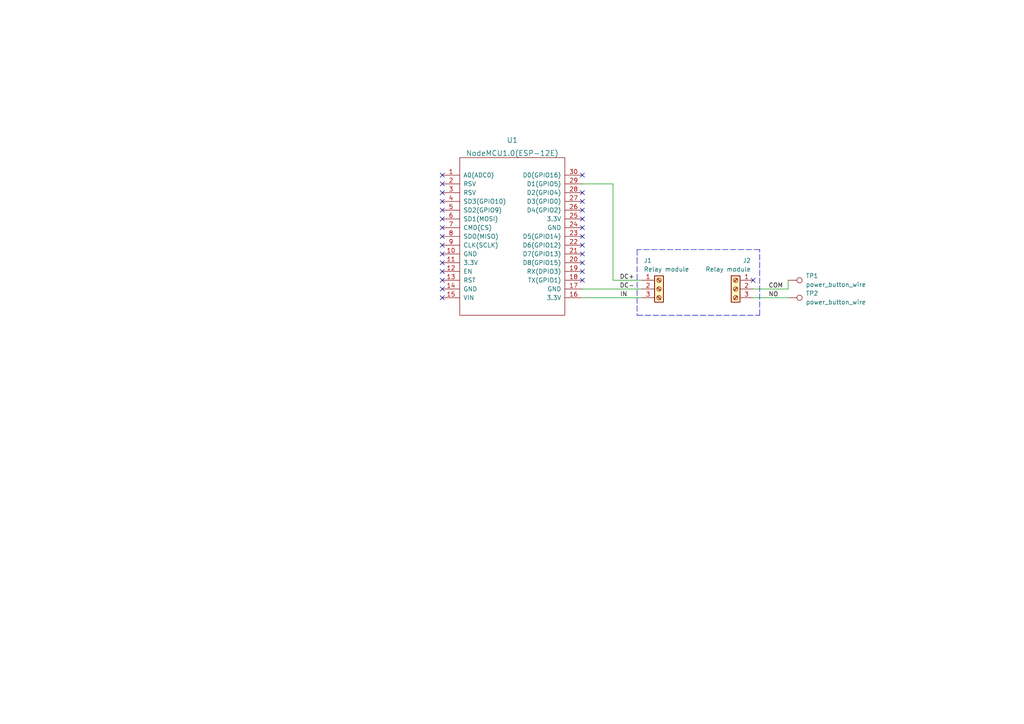
<source format=kicad_sch>
(kicad_sch (version 20211123) (generator eeschema)
  (paper "A4")
  (lib_symbols
    (symbol "Connector:Screw_Terminal_01x03" (pin_names (offset 1.016) hide)
      (property "Reference" "J" (at 0 5.08 0))
      (property "Value" "Screw_Terminal_01x03" (at 0 -5.08 0))
      (symbol "Screw_Terminal_01x03_1_1"
        (rectangle (start -1.27 3.81) (end 1.27 -3.81) (stroke (width 0.254)) (fill (type background)))
        (circle (center 0 -2.54) (radius 0.635) (stroke (width 0.1524)))
        (polyline (pts (xy -0.5334 -2.2098) (xy 0.3302 -3.048)) (stroke (width 0.1524)))
        (polyline (pts (xy -0.5334 0.3302) (xy 0.3302 -0.508)) (stroke (width 0.1524)))
        (polyline (pts (xy -0.5334 2.8702) (xy 0.3302 2.032)) (stroke (width 0.1524)))
        (polyline (pts (xy -0.3556 -2.032) (xy 0.508 -2.8702)) (stroke (width 0.1524)))
        (polyline (pts (xy -0.3556 0.508) (xy 0.508 -0.3302)) (stroke (width 0.1524)))
        (polyline (pts (xy -0.3556 3.048) (xy 0.508 2.2098)) (stroke (width 0.1524)))
        (circle (center 0 0) (radius 0.635) (stroke (width 0.1524)))
        (circle (center 0 2.54) (radius 0.635) (stroke (width 0.1524)))
        (pin passive line (at -5.08 2.54 0) (length 3.81) (name "Pin_1") (number "1"))
        (pin passive line (at -5.08 0 0) (length 3.81) (name "Pin_2") (number "2"))
        (pin passive line (at -5.08 -2.54 0) (length 3.81) (name "Pin_3") (number "3"))
      )
    )
    (symbol "Connector:TestPoint" (pin_numbers hide) (pin_names (offset 0.762) hide)
      (property "Reference" "TP" (at 0 6.858 0))
      (property "Value" "TestPoint" (at 0 5.08 0))
      (symbol "TestPoint_0_1"
        (circle (center 0 3.302) (radius 0.762))
      )
      (symbol "TestPoint_1_1"
        (pin passive line (at 0 0 90) (length 2.54) (name "1") (number "1"))
      )
    )
    (symbol "ESP8266:NodeMCU1.0(ESP-12E)" (pin_names (offset 1.016))
      (property "Reference" "U" (at 0 21.59 0))
      (property "Value" "NodeMCU1.0(ESP-12E)" (at 0 -21.59 0))
      (symbol "NodeMCU1.0(ESP-12E)_0_1"
        (rectangle (start -15.24 -22.86) (end 15.24 22.86))
      )
      (symbol "NodeMCU1.0(ESP-12E)_1_1"
        (pin input line (at -20.32 17.78 0) (length 5.08) (name "A0(ADC0)") (number "1"))
        (pin input line (at -20.32 -5.08 0) (length 5.08) (name "GND") (number "10"))
        (pin input line (at -20.32 -7.62 0) (length 5.08) (name "3.3V") (number "11"))
        (pin input line (at -20.32 -10.16 0) (length 5.08) (name "EN") (number "12"))
        (pin input line (at -20.32 -12.7 0) (length 5.08) (name "RST") (number "13"))
        (pin input line (at -20.32 -15.24 0) (length 5.08) (name "GND") (number "14"))
        (pin input line (at -20.32 -17.78 0) (length 5.08) (name "VIN") (number "15"))
        (pin input line (at 20.32 -17.78 180) (length 5.08) (name "3.3V") (number "16"))
        (pin input line (at 20.32 -15.24 180) (length 5.08) (name "GND") (number "17"))
        (pin input line (at 20.32 -12.7 180) (length 5.08) (name "TX(GPIO1)") (number "18"))
        (pin input line (at 20.32 -10.16 180) (length 5.08) (name "RX(DPIO3)") (number "19"))
        (pin input line (at -20.32 15.24 0) (length 5.08) (name "RSV") (number "2"))
        (pin input line (at 20.32 -7.62 180) (length 5.08) (name "D8(GPIO15)") (number "20"))
        (pin input line (at 20.32 -5.08 180) (length 5.08) (name "D7(GPIO13)") (number "21"))
        (pin input line (at 20.32 -2.54 180) (length 5.08) (name "D6(GPIO12)") (number "22"))
        (pin input line (at 20.32 0 180) (length 5.08) (name "D5(GPIO14)") (number "23"))
        (pin input line (at 20.32 2.54 180) (length 5.08) (name "GND") (number "24"))
        (pin input line (at 20.32 5.08 180) (length 5.08) (name "3.3V") (number "25"))
        (pin input line (at 20.32 7.62 180) (length 5.08) (name "D4(GPIO2)") (number "26"))
        (pin input line (at 20.32 10.16 180) (length 5.08) (name "D3(GPIO0)") (number "27"))
        (pin input line (at 20.32 12.7 180) (length 5.08) (name "D2(GPIO4)") (number "28"))
        (pin input line (at 20.32 15.24 180) (length 5.08) (name "D1(GPIO5)") (number "29"))
        (pin input line (at -20.32 12.7 0) (length 5.08) (name "RSV") (number "3"))
        (pin input line (at 20.32 17.78 180) (length 5.08) (name "D0(GPIO16)") (number "30"))
        (pin input line (at -20.32 10.16 0) (length 5.08) (name "SD3(GPIO10)") (number "4"))
        (pin input line (at -20.32 7.62 0) (length 5.08) (name "SD2(GPIO9)") (number "5"))
        (pin input line (at -20.32 5.08 0) (length 5.08) (name "SD1(MOSI)") (number "6"))
        (pin input line (at -20.32 2.54 0) (length 5.08) (name "CMD(CS)") (number "7"))
        (pin input line (at -20.32 0 0) (length 5.08) (name "SDO(MISO)") (number "8"))
        (pin input line (at -20.32 -2.54 0) (length 5.08) (name "CLK(SCLK)") (number "9"))
      )
    )
  )
  (no_connect (at 128.27 71.12))
  (no_connect (at 128.27 58.42))
  (no_connect (at 168.91 50.8))
  (no_connect (at 168.91 63.5))
  (no_connect (at 168.91 66.04))
  (no_connect (at 168.91 81.28))
  (no_connect (at 168.91 55.88))
  (no_connect (at 168.91 58.42))
  (no_connect (at 168.91 60.96))
  (no_connect (at 168.91 78.74))
  (no_connect (at 168.91 68.58))
  (no_connect (at 168.91 71.12))
  (no_connect (at 168.91 73.66))
  (no_connect (at 168.91 76.2))
  (no_connect (at 128.27 73.66))
  (no_connect (at 128.27 63.5))
  (no_connect (at 128.27 55.88))
  (no_connect (at 128.27 78.74))
  (no_connect (at 128.27 68.58))
  (no_connect (at 128.27 86.36))
  (no_connect (at 128.27 66.04))
  (no_connect (at 218.44 81.28))
  (no_connect (at 128.27 53.34))
  (no_connect (at 128.27 50.8))
  (no_connect (at 128.27 81.28))
  (no_connect (at 128.27 83.82))
  (no_connect (at 128.27 76.2))
  (no_connect (at 128.27 60.96))
  (wire (pts (xy 177.8 81.28) (xy 186.055 81.28)))
  (polyline (pts (xy 220.345 72.39) (xy 184.785 72.39)))
  (wire (pts (xy 228.6 83.82) (xy 218.44 83.82)))
  (wire (pts (xy 218.44 86.36) (xy 228.6 86.36)))
  (polyline (pts (xy 220.345 91.44) (xy 220.345 72.39)))
  (wire (pts (xy 168.91 53.34) (xy 177.8 53.34)))
  (wire (pts (xy 228.6 81.28) (xy 228.6 83.82)))
  (polyline (pts (xy 184.785 91.44) (xy 220.345 91.44)))
  (polyline (pts (xy 184.785 74.93) (xy 184.785 91.44)))
  (wire (pts (xy 168.91 86.36) (xy 186.055 86.36)))
  (polyline (pts (xy 184.785 72.39) (xy 184.785 74.93)))
  (wire (pts (xy 177.8 53.34) (xy 177.8 81.28)))
  (wire (pts (xy 168.91 83.82) (xy 186.055 83.82)))
  (label "NO" (at 222.885 86.36 0))
  (label "COM" (at 222.885 83.82 0))
  (label "DC+" (at 179.705 81.28 0))
  (label "DC-" (at 179.705 83.82 0))
  (label "IN" (at 179.832 86.36 0))
  (symbol (lib_id "Connector:Screw_Terminal_01x03") (at 213.36 83.82 0) (mirror y) (unit 1)
    (property "Reference" "J2" (at 217.805 75.565 0) (effects (justify left)))
    (property "Value" "Relay module" (at 217.805 78.105 0) (effects (justify left)))
  )
  (symbol (lib_id "Connector:TestPoint") (at 228.6 86.36 270) (unit 1)
    (property "Reference" "TP2" (at 233.68 85.0899 90) (effects (justify left)))
    (property "Value" "power_button_wire" (at 233.68 87.6299 90) (effects (justify left)))
  )
  (symbol (lib_id "Connector:TestPoint") (at 228.6 81.28 270) (unit 1)
    (property "Reference" "TP1" (at 233.68 80.0099 90) (effects (justify left)))
    (property "Value" "power_button_wire" (at 233.68 82.5499 90) (effects (justify left)))
  )
  (symbol (lib_id "Connector:Screw_Terminal_01x03") (at 191.135 83.82 0) (unit 1)
    (property "Reference" "J1" (at 186.69 75.565 0) (effects (justify left)))
    (property "Value" "Relay module" (at 186.69 78.105 0) (effects (justify left)))
  )
  (symbol (lib_id "ESP8266:NodeMCU1.0(ESP-12E)") (at 148.59 68.58 0) (unit 1)
    (property "Reference" "U1" (at 148.59 40.64 0) (effects (font (size 1.524 1.524))))
    (property "Value" "NodeMCU1.0(ESP-12E)" (at 148.59 44.45 0) (effects (font (size 1.524 1.524))))
  )
)
</source>
